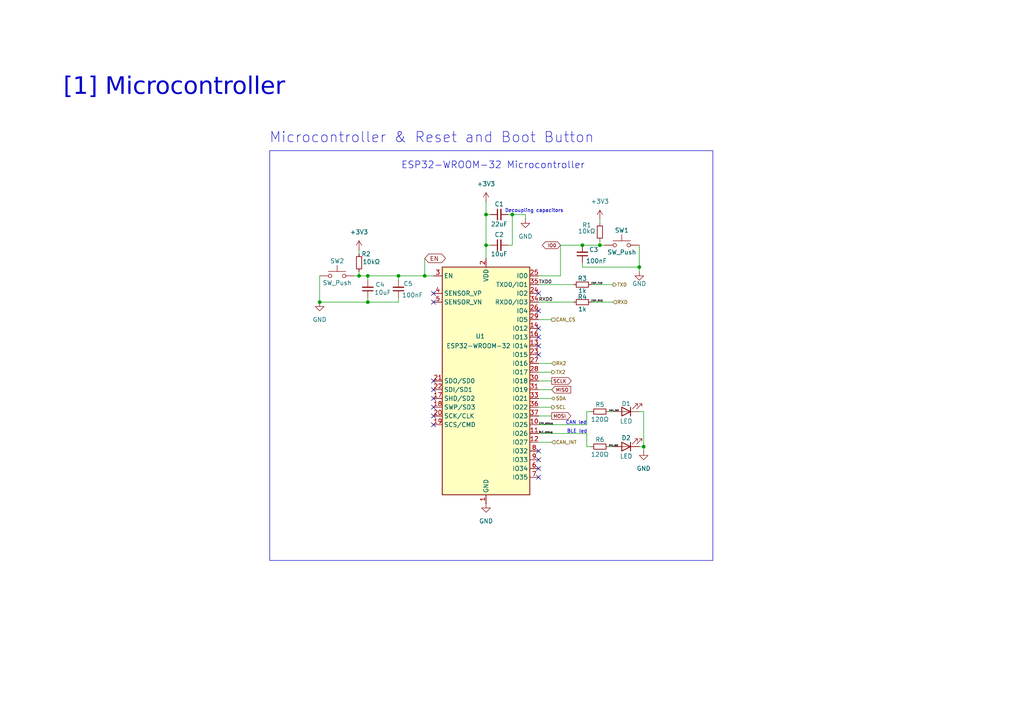
<source format=kicad_sch>
(kicad_sch (version 20231120) (generator "eeschema") (generator_version "8.0")
  (paper "A4")
  (title_block (title "Dongle eaLIVE for telemetry") (date "2024-09-19") (rev "2.0") (company "LIVE") (comment 1 "Size A4") (comment 2 "Drawn by: João Gabriel") (comment 3 "Sheet 2 of 5"))
  (lib_symbols
    (symbol "Device:C_Small" (pin_numbers hide) (pin_names (offset 0.254) hide)
      (property "Reference" "C" (at 0.254 1.778 0))
      (property "Value" "C_Small" (at 0.254 -2.032 0))
      (symbol "C_Small_0_1"
        (polyline (pts (xy -1.524 -0.508) (xy 1.524 -0.508)) (stroke (width 0.3302)))
        (polyline (pts (xy -1.524 0.508) (xy 1.524 0.508)) (stroke (width 0.3048)))
      )
      (symbol "C_Small_1_1"
        (pin passive line (at 0 2.54 270) (length 2.032) (name "~") (number "1"))
        (pin passive line (at 0 -2.54 90) (length 2.032) (name "~") (number "2"))
      )
    )
    (symbol "Device:LED" (pin_numbers hide) (pin_names (offset 1.016) hide)
      (property "Reference" "D" (at 0 2.54 0))
      (property "Value" "LED" (at 0 -2.54 0))
      (symbol "LED_0_1"
        (polyline (pts (xy -1.27 -1.27) (xy -1.27 1.27)) (stroke (width 0.254)))
        (polyline (pts (xy -1.27 0) (xy 1.27 0)))
        (polyline (pts (xy 1.27 -1.27) (xy 1.27 1.27) (xy -1.27 0) (xy 1.27 -1.27)) (stroke (width 0.254)))
        (polyline (pts (xy -3.048 -0.762) (xy -4.572 -2.286) (xy -3.81 -2.286) (xy -4.572 -2.286) (xy -4.572 -1.524)))
        (polyline (pts (xy -1.778 -0.762) (xy -3.302 -2.286) (xy -2.54 -2.286) (xy -3.302 -2.286) (xy -3.302 -1.524)))
      )
      (symbol "LED_1_1"
        (pin passive line (at -3.81 0 0) (length 2.54) (name "K") (number "1"))
        (pin passive line (at 3.81 0 180) (length 2.54) (name "A") (number "2"))
      )
    )
    (symbol "Device:R_Small" (pin_numbers hide) (pin_names (offset 0.254) hide)
      (property "Reference" "R" (at 0.762 0.508 0))
      (property "Value" "R_Small" (at 0.762 -1.016 0))
      (symbol "R_Small_0_1"
        (rectangle (start -0.762 1.778) (end 0.762 -1.778) (stroke (width 0.2032)))
      )
      (symbol "R_Small_1_1"
        (pin passive line (at 0 2.54 270) (length 0.762) (name "~") (number "1"))
        (pin passive line (at 0 -2.54 90) (length 0.762) (name "~") (number "2"))
      )
    )
    (symbol "RF_Module:ESP32-WROOM-32"
      (property "Reference" "U" (at -12.7 34.29 0))
      (property "Value" "ESP32-WROOM-32" (at 1.27 34.29 0))
      (symbol "ESP32-WROOM-32_0_1"
        (rectangle (start -12.7 33.02) (end 12.7 -33.02) (stroke (width 0.254)) (fill (type background)))
      )
      (symbol "ESP32-WROOM-32_1_1"
        (pin power_in line (at 0 -35.56 90) (length 2.54) (name "GND") (number "1"))
        (pin bidirectional line (at 15.24 -12.7 180) (length 2.54) (name "IO25") (number "10"))
        (pin bidirectional line (at 15.24 -15.24 180) (length 2.54) (name "IO26") (number "11"))
        (pin bidirectional line (at 15.24 -17.78 180) (length 2.54) (name "IO27") (number "12"))
        (pin bidirectional line (at 15.24 10.16 180) (length 2.54) (name "IO14") (number "13"))
        (pin bidirectional line (at 15.24 15.24 180) (length 2.54) (name "IO12") (number "14"))
        (pin passive line (at 0 -35.56 90) (length 2.54) hide (name "GND") (number "15"))
        (pin bidirectional line (at 15.24 12.7 180) (length 2.54) (name "IO13") (number "16"))
        (pin bidirectional line (at -15.24 -5.08 0) (length 2.54) (name "SHD/SD2") (number "17"))
        (pin bidirectional line (at -15.24 -7.62 0) (length 2.54) (name "SWP/SD3") (number "18"))
        (pin bidirectional line (at -15.24 -12.7 0) (length 2.54) (name "SCS/CMD") (number "19"))
        (pin power_in line (at 0 35.56 270) (length 2.54) (name "VDD") (number "2"))
        (pin bidirectional line (at -15.24 -10.16 0) (length 2.54) (name "SCK/CLK") (number "20"))
        (pin bidirectional line (at -15.24 0 0) (length 2.54) (name "SDO/SD0") (number "21"))
        (pin bidirectional line (at -15.24 -2.54 0) (length 2.54) (name "SDI/SD1") (number "22"))
        (pin bidirectional line (at 15.24 7.62 180) (length 2.54) (name "IO15") (number "23"))
        (pin bidirectional line (at 15.24 25.4 180) (length 2.54) (name "IO2") (number "24"))
        (pin bidirectional line (at 15.24 30.48 180) (length 2.54) (name "IO0") (number "25"))
        (pin bidirectional line (at 15.24 20.32 180) (length 2.54) (name "IO4") (number "26"))
        (pin bidirectional line (at 15.24 5.08 180) (length 2.54) (name "IO16") (number "27"))
        (pin bidirectional line (at 15.24 2.54 180) (length 2.54) (name "IO17") (number "28"))
        (pin bidirectional line (at 15.24 17.78 180) (length 2.54) (name "IO5") (number "29"))
        (pin input line (at -15.24 30.48 0) (length 2.54) (name "EN") (number "3"))
        (pin bidirectional line (at 15.24 0 180) (length 2.54) (name "IO18") (number "30"))
        (pin bidirectional line (at 15.24 -2.54 180) (length 2.54) (name "IO19") (number "31"))
        (pin no_connect line (at -12.7 -27.94 0) (length 2.54) hide (name "NC") (number "32"))
        (pin bidirectional line (at 15.24 -5.08 180) (length 2.54) (name "IO21") (number "33"))
        (pin bidirectional line (at 15.24 22.86 180) (length 2.54) (name "RXD0/IO3") (number "34"))
        (pin bidirectional line (at 15.24 27.94 180) (length 2.54) (name "TXD0/IO1") (number "35"))
        (pin bidirectional line (at 15.24 -7.62 180) (length 2.54) (name "IO22") (number "36"))
        (pin bidirectional line (at 15.24 -10.16 180) (length 2.54) (name "IO23") (number "37"))
        (pin passive line (at 0 -35.56 90) (length 2.54) hide (name "GND") (number "38"))
        (pin passive line (at 0 -35.56 90) (length 2.54) hide (name "GND") (number "39"))
        (pin input line (at -15.24 25.4 0) (length 2.54) (name "SENSOR_VP") (number "4"))
        (pin input line (at -15.24 22.86 0) (length 2.54) (name "SENSOR_VN") (number "5"))
        (pin input line (at 15.24 -25.4 180) (length 2.54) (name "IO34") (number "6"))
        (pin input line (at 15.24 -27.94 180) (length 2.54) (name "IO35") (number "7"))
        (pin bidirectional line (at 15.24 -20.32 180) (length 2.54) (name "IO32") (number "8"))
        (pin bidirectional line (at 15.24 -22.86 180) (length 2.54) (name "IO33") (number "9"))
      )
    )
    (symbol "Switch:SW_Push" (pin_numbers hide) (pin_names (offset 1.016) hide)
      (property "Reference" "SW" (at 1.27 2.54 0))
      (property "Value" "SW_Push" (at 0 -1.524 0))
      (symbol "SW_Push_0_1"
        (circle (center -2.032 0) (radius 0.508))
        (polyline (pts (xy 0 1.27) (xy 0 3.048)))
        (polyline (pts (xy 2.54 1.27) (xy -2.54 1.27)))
        (circle (center 2.032 0) (radius 0.508))
        (pin passive line (at -5.08 0 0) (length 2.54) (name "1") (number "1"))
        (pin passive line (at 5.08 0 180) (length 2.54) (name "2") (number "2"))
      )
    )
    (symbol "power:+3V3" (power) (pin_numbers hide) (pin_names (offset 0) hide)
      (property "Value" "+3V3" (at 0 3.556 0))
      (symbol "+3V3_0_1"
        (polyline (pts (xy -0.762 1.27) (xy 0 2.54)))
        (polyline (pts (xy 0 0) (xy 0 2.54)))
        (polyline (pts (xy 0 2.54) (xy 0.762 1.27)))
      )
      (symbol "+3V3_1_1"
        (pin power_in line (at 0 0 90) (length 0) (name "~") (number "1"))
      )
    )
    (symbol "power:GND" (power) (pin_numbers hide) (pin_names (offset 0) hide)
      (property "Value" "GND" (at 0 -3.81 0))
      (symbol "GND_0_1"
        (polyline (pts (xy 0 0) (xy 0 -1.27) (xy 1.27 -1.27) (xy 0 -2.54) (xy -1.27 -1.27) (xy 0 -1.27)))
      )
      (symbol "GND_1_1"
        (pin power_in line (at 0 0 270) (length 0) (name "~") (number "1"))
      )
    )
  )
  (junction (at 123.19 80.01))
  (junction (at 168.91 71.12))
  (junction (at 106.68 87.63))
  (junction (at 104.14 80.01))
  (junction (at 92.71 87.63))
  (junction (at 140.97 71.12))
  (junction (at 186.69 129.54))
  (junction (at 106.68 80.01))
  (junction (at 148.59 62.23))
  (junction (at 140.97 62.23))
  (junction (at 185.42 77.47))
  (junction (at 173.99 71.12))
  (junction (at 115.57 80.01))
  (no_connect (at 156.21 90.17))
  (no_connect (at 156.21 133.35))
  (no_connect (at 156.21 135.89))
  (no_connect (at 125.73 118.11))
  (no_connect (at 156.21 130.81))
  (no_connect (at 156.21 95.25))
  (no_connect (at 125.73 85.09))
  (no_connect (at 156.21 102.87))
  (no_connect (at 156.21 97.79))
  (no_connect (at 125.73 110.49))
  (no_connect (at 156.21 100.33))
  (no_connect (at 125.73 115.57))
  (no_connect (at 125.73 120.65))
  (no_connect (at 125.73 113.03))
  (no_connect (at 156.21 138.43))
  (no_connect (at 125.73 87.63))
  (no_connect (at 125.73 123.19))
  (no_connect (at 156.21 85.09))
  (wire (pts (xy 177.8 119.38) (xy 176.53 119.38)))
  (wire (pts (xy 168.91 71.12) (xy 173.99 71.12)))
  (wire (pts (xy 162.56 71.12) (xy 168.91 71.12)))
  (wire (pts (xy 104.14 78.74) (xy 104.14 80.01)))
  (wire (pts (xy 186.69 130.81) (xy 186.69 129.54)))
  (wire (pts (xy 102.87 80.01) (xy 104.14 80.01)))
  (wire (pts (xy 152.4 63.5) (xy 152.4 62.23)))
  (wire (pts (xy 170.18 129.54) (xy 171.45 129.54)))
  (wire (pts (xy 170.18 119.38) (xy 171.45 119.38)))
  (wire (pts (xy 156.21 125.73) (xy 170.18 125.73)))
  (wire (pts (xy 173.99 63.5) (xy 173.99 64.77)))
  (wire (pts (xy 186.69 119.38) (xy 185.42 119.38)))
  (wire (pts (xy 148.59 71.12) (xy 147.32 71.12)))
  (wire (pts (xy 168.91 77.47) (xy 185.42 77.47)))
  (wire (pts (xy 92.71 87.63) (xy 106.68 87.63)))
  (wire (pts (xy 162.56 80.01) (xy 162.56 71.12)))
  (wire (pts (xy 115.57 86.36) (xy 115.57 87.63)))
  (wire (pts (xy 106.68 87.63) (xy 106.68 86.36)))
  (wire (pts (xy 104.14 80.01) (xy 106.68 80.01)))
  (wire (pts (xy 173.99 69.85) (xy 173.99 71.12)))
  (wire (pts (xy 92.71 80.01) (xy 92.71 87.63)))
  (wire (pts (xy 156.21 80.01) (xy 162.56 80.01)))
  (wire (pts (xy 168.91 77.47) (xy 168.91 76.2)))
  (wire (pts (xy 140.97 71.12) (xy 142.24 71.12)))
  (wire (pts (xy 106.68 87.63) (xy 115.57 87.63)))
  (wire (pts (xy 160.02 110.49) (xy 156.21 110.49)))
  (wire (pts (xy 160.02 107.95) (xy 156.21 107.95)))
  (wire (pts (xy 185.42 129.54) (xy 186.69 129.54)))
  (wire (pts (xy 140.97 62.23) (xy 140.97 71.12)))
  (wire (pts (xy 148.59 62.23) (xy 148.59 71.12)))
  (wire (pts (xy 170.18 125.73) (xy 170.18 129.54)))
  (wire (pts (xy 177.8 87.63) (xy 171.45 87.63)))
  (wire (pts (xy 170.18 119.38) (xy 170.18 123.19)))
  (wire (pts (xy 160.02 113.03) (xy 156.21 113.03)))
  (wire (pts (xy 160.02 118.11) (xy 156.21 118.11)))
  (wire (pts (xy 160.02 105.41) (xy 156.21 105.41)))
  (wire (pts (xy 115.57 81.28) (xy 115.57 80.01)))
  (wire (pts (xy 156.21 82.55) (xy 166.37 82.55)))
  (wire (pts (xy 170.18 123.19) (xy 156.21 123.19)))
  (wire (pts (xy 152.4 62.23) (xy 148.59 62.23)))
  (wire (pts (xy 186.69 129.54) (xy 186.69 119.38)))
  (wire (pts (xy 173.99 71.12) (xy 175.26 71.12)))
  (wire (pts (xy 142.24 62.23) (xy 140.97 62.23)))
  (wire (pts (xy 148.59 62.23) (xy 147.32 62.23)))
  (wire (pts (xy 115.57 80.01) (xy 123.19 80.01)))
  (wire (pts (xy 106.68 81.28) (xy 106.68 80.01)))
  (wire (pts (xy 156.21 87.63) (xy 166.37 87.63)))
  (wire (pts (xy 140.97 58.42) (xy 140.97 62.23)))
  (wire (pts (xy 123.19 80.01) (xy 125.73 80.01)))
  (wire (pts (xy 106.68 80.01) (xy 115.57 80.01)))
  (wire (pts (xy 185.42 77.47) (xy 185.42 71.12)))
  (wire (pts (xy 160.02 120.65) (xy 156.21 120.65)))
  (wire (pts (xy 140.97 74.93) (xy 140.97 71.12)))
  (wire (pts (xy 160.02 92.71) (xy 156.21 92.71)))
  (wire (pts (xy 177.8 82.55) (xy 171.45 82.55)))
  (wire (pts (xy 185.42 78.74) (xy 185.42 77.47)))
  (wire (pts (xy 123.19 74.93) (xy 123.19 80.01)))
  (wire (pts (xy 104.14 72.39) (xy 104.14 73.66)))
  (wire (pts (xy 177.8 129.54) (xy 176.53 129.54)))
  (wire (pts (xy 160.02 128.27) (xy 156.21 128.27)))
  (wire (pts (xy 160.02 115.57) (xy 156.21 115.57)))
  (rectangle (start 78.232 43.688) (end 206.756 162.56))
  (text "ESP32-WROOM-32 Microcontroller" (at 143.002 48.006 0) (effects (font (size 2 2))))
  (text "Microcontroller & Reset and Boot Button\n\n\n\n\n\n\n\n" (at 125.222 56.896 0) (effects (font (size 3 3))))
  (text "CAN led" (at 167.132 122.682 0) (effects (font (size 1 1))))
  (text "[1] Microcontroller" (at 50.546 26.67 0) (effects (font (size 5 5))))
  (text "BLE led" (at 167.386 125.222 0) (effects (font (size 1 1))))
  (text "Decoupling capacitors" (at 154.94 61.214 0) (effects (font (size 1 1))))
  (label "can_led" (at 176.53 119.38 0) (effects (font (size 0.5 0.5))))
  (label "ble_led" (at 176.53 129.54 0) (effects (font (size 0.5 0.5))))
  (label "BLE_debug" (at 156.21 125.73 0) (effects (font (size 0.5 0.5))))
  (label "CAN_debug" (at 156.21 123.19 0) (effects (font (size 0.5 0.5))))
  (label "TXD0" (at 156.21 82.55 0) (effects (font (size 1 1))))
  (label "ESP_RXD" (at 171.45 87.63 0) (effects (font (size 0.5 0.5))))
  (label "ESP_TXD" (at 171.45 82.55 0) (effects (font (size 0.5 0.5))))
  (label "RXD0" (at 156.21 87.63 0) (effects (font (size 1 1))))
  (global_label "IO0" (shape bidirectional) (at 162.56 71.12 180) (effects (font (size 1 1))) (property "Intersheetrefs" "${INTERSHEET_REFS}" (effects (hide yes))))
  (global_label "SCLK" (shape output) (at 160.02 110.49 0) (effects (font (size 1 1))) (property "Intersheetrefs" "${INTERSHEET_REFS}" (effects (hide yes))))
  (global_label "MOSI" (shape output) (at 160.02 120.65 0) (effects (font (size 1 1))) (property "Intersheetrefs" "${INTERSHEET_REFS}" (effects (hide yes))))
  (global_label "MISO" (shape input) (at 160.02 113.03 0) (effects (font (size 1 1))) (property "Intersheetrefs" "${INTERSHEET_REFS}" (effects (hide yes))))
  (global_label "EN" (shape bidirectional) (at 123.19 74.93 0) (property "Intersheetrefs" "${INTERSHEET_REFS}" (effects (hide yes))))
  (hierarchical_label "SDA" (shape bidirectional) (at 160.02 115.57 0) (effects (font (size 1 1))))
  (hierarchical_label "SCL" (shape output) (at 160.02 118.11 0) (effects (font (size 1 1))))
  (hierarchical_label "CAN_INT" (shape input) (at 160.02 128.27 0) (effects (font (size 1 1))))
  (hierarchical_label "RXD" (shape input) (at 177.8 87.63 0) (effects (font (size 1 1))))
  (hierarchical_label "TX2" (shape output) (at 160.02 107.95 0) (effects (font (size 1 1))))
  (hierarchical_label "TXD" (shape output) (at 177.8 82.55 0) (effects (font (size 1 1))))
  (hierarchical_label "RX2" (shape input) (at 160.02 105.41 0) (effects (font (size 1 1))))
  (hierarchical_label "CAN_CS" (shape passive) (at 160.02 92.71 0) (effects (font (size 1 1))))
  (symbol (lib_id "Device:LED") (at 181.61 129.54 180) (unit 1)
    (property "Reference" "D2" (at 181.61 127 0))
    (property "Value" "LED" (at 181.61 132.334 0))
    (property "Footprint" "LED_SMD:LED_0805_2012Metric" (effects (hide yes)))
    (property "Description" "Light emitting diode" (effects (hide yes)))
    (property "LCSC" "C34499 " (effects (hide yes)))
  )
  (symbol (lib_id "power:+3V3") (at 140.97 58.42 0) (unit 1)
    (property "Reference" "#PWR05" (effects (hide yes)))
    (property "Value" "+3V3" (at 140.97 53.34 0))
    (property "Description" "Power symbol creates a global label with name \"+3V3\"" (effects (hide yes)))
  )
  (symbol (lib_id "Device:C_Small") (at 168.91 73.66 180) (unit 1)
    (property "Reference" "C3" (at 172.212 72.39 0))
    (property "Value" "100nF" (at 172.974 75.692 0))
    (property "Footprint" "Capacitor_SMD:C_0805_2012Metric_Pad1.18x1.45mm_HandSolder" (effects (hide yes)))
    (property "Description" "Unpolarized capacitor, small symbol" (effects (hide yes)))
    (property "LCSC" "C49678" (effects (hide yes)))
  )
  (symbol (lib_id "power:+3V3") (at 104.14 72.39 0) (unit 1)
    (property "Reference" "#PWR08" (effects (hide yes)))
    (property "Value" "+3V3" (at 104.14 67.31 0))
    (property "Description" "Power symbol creates a global label with name \"+3V3\"" (effects (hide yes)))
  )
  (symbol (lib_id "Device:C_Small") (at 144.78 62.23 90) (unit 1)
    (property "Reference" "C1" (at 144.78 59.182 90))
    (property "Value" "22uF" (at 144.78 65.024 90))
    (property "Footprint" "Capacitor_SMD:C_0805_2012Metric_Pad1.18x1.45mm_HandSolder" (effects (hide yes)))
    (property "Description" "Unpolarized capacitor, small symbol" (effects (hide yes)))
    (property "LCSC" "C105484" (effects (hide yes)))
  )
  (symbol (lib_id "Device:C_Small") (at 115.57 83.82 180) (unit 1)
    (property "Reference" "C5" (at 118.364 82.296 0))
    (property "Value" "100nF" (at 119.634 85.598 0))
    (property "Footprint" "Capacitor_SMD:C_0805_2012Metric_Pad1.18x1.45mm_HandSolder" (effects (hide yes)))
    (property "Description" "Unpolarized capacitor, small symbol" (effects (hide yes)))
    (property "LCSC" "C49678" (effects (hide yes)))
  )
  (symbol (lib_id "Device:R_Small") (at 173.99 119.38 90) (unit 1)
    (property "Reference" "R5" (at 173.99 117.348 90))
    (property "Value" "120Ω" (at 173.99 121.666 90))
    (property "Footprint" "Resistor_SMD:R_0805_2012Metric_Pad1.20x1.40mm_HandSolder" (effects (hide yes)))
    (property "Description" "Resistor, small symbol" (effects (hide yes)))
    (property "LCSC" "C966144" (effects (hide yes)))
  )
  (symbol (lib_id "Device:R_Small") (at 173.99 129.54 90) (unit 1)
    (property "Reference" "R6" (at 173.99 127.508 90))
    (property "Value" "120Ω" (at 173.99 131.826 90))
    (property "Footprint" "Resistor_SMD:R_0805_2012Metric_Pad1.20x1.40mm_HandSolder" (effects (hide yes)))
    (property "Description" "Resistor, small symbol" (effects (hide yes)))
    (property "LCSC" "C966144" (effects (hide yes)))
  )
  (symbol (lib_id "RF_Module:ESP32-WROOM-32") (at 140.97 110.49 0) (unit 1)
    (property "Reference" "U1" (at 137.922 97.536 0) (effects (justify left)))
    (property "Value" "ESP32-WROOM-32" (at 129.4481 100.33 0) (effects (justify left)))
    (property "Footprint" "RF_Module:ESP32-WROOM-32" (effects (hide yes)))
    (property "Datasheet" "https://www.espressif.com/sites/default/files/documentation/esp32-wroom-32_datasheet_en.pdf" (effects (hide yes)))
    (property "Description" "RF Module, ESP32-D0WDQ6 SoC, Wi-Fi 802.11b/g/n, Bluetooth, BLE, 32-bit, 2.7-3.6V, onboard antenna, SMD" (effects (hide yes)))
    (property "LCSC" "C82899" (effects (hide yes)))
  )
  (symbol (lib_id "Device:R_Small") (at 173.99 67.31 180) (unit 1)
    (property "Reference" "R1" (at 170.18 65.278 0))
    (property "Value" "10kΩ" (at 170.18 67.056 0))
    (property "Footprint" "Resistor_SMD:R_0805_2012Metric_Pad1.20x1.40mm_HandSolder" (effects (hide yes)))
    (property "Description" "Resistor, small symbol" (effects (hide yes)))
    (property "LCSC" "C191101" (effects (hide yes)))
  )
  (symbol (lib_id "power:GND") (at 186.69 130.81 0) (unit 1)
    (property "Reference" "#PWR011" (effects (hide yes)))
    (property "Value" "GND" (at 186.69 135.89 0))
    (property "Description" "Power symbol creates a global label with name \"GND\" , ground" (effects (hide yes)))
  )
  (symbol (lib_id "Switch:SW_Push") (at 180.34 71.12 0) (unit 1)
    (property "Reference" "SW1" (at 180.34 66.802 0))
    (property "Value" "SW_Push" (at 180.34 73.152 0))
    (property "Footprint" "Button_Switch_SMD:SW_SPST_CK_RS282G05A3" (effects (hide yes)))
    (property "Description" "Push button switch, generic, two pins" (effects (hide yes)))
    (property "LCSC" "C483808" (effects (hide yes)))
  )
  (symbol (lib_id "power:GND") (at 92.71 87.63 0) (unit 1)
    (property "Reference" "#PWR010" (effects (hide yes)))
    (property "Value" "GND" (at 92.71 92.71 0))
    (property "Description" "Power symbol creates a global label with name \"GND\" , ground" (effects (hide yes)))
  )
  (symbol (lib_id "Device:C_Small") (at 106.68 83.82 180) (unit 1)
    (property "Reference" "C4" (at 110.236 82.55 0))
    (property "Value" "10uF" (at 110.998 84.836 0))
    (property "Footprint" "Capacitor_SMD:C_0805_2012Metric_Pad1.18x1.45mm_HandSolder" (effects (hide yes)))
    (property "Description" "Unpolarized capacitor, small symbol" (effects (hide yes)))
    (property "LCSC" "C15850" (effects (hide yes)))
  )
  (symbol (lib_id "Device:R_Small") (at 104.14 76.2 180) (unit 1)
    (property "Reference" "R2" (at 106.172 73.66 0))
    (property "Value" "10kΩ" (at 107.696 75.946 0))
    (property "Footprint" "Resistor_SMD:R_0805_2012Metric_Pad1.20x1.40mm_HandSolder" (effects (hide yes)))
    (property "Description" "Resistor, small symbol" (effects (hide yes)))
    (property "LCSC" "C191101" (effects (hide yes)))
  )
  (symbol (lib_id "power:GND") (at 140.97 146.05 0) (unit 1)
    (property "Reference" "#PWR012" (effects (hide yes)))
    (property "Value" "GND" (at 140.97 151.13 0))
    (property "Description" "Power symbol creates a global label with name \"GND\" , ground" (effects (hide yes)))
  )
  (symbol (lib_id "Device:R_Small") (at 168.91 87.63 90) (unit 1)
    (property "Reference" "R4" (at 168.91 86.106 90))
    (property "Value" "1k" (at 168.91 89.662 90))
    (property "Footprint" "Resistor_SMD:R_0805_2012Metric_Pad1.20x1.40mm_HandSolder" (effects (hide yes)))
    (property "Description" "Resistor, small symbol" (effects (hide yes)))
    (property "LCSC" "C17513" (effects (hide yes)))
  )
  (symbol (lib_id "Device:C_Small") (at 144.78 71.12 90) (unit 1)
    (property "Reference" "C2" (at 144.78 68.072 90))
    (property "Value" "10uF" (at 144.78 73.66 90))
    (property "Footprint" "Capacitor_SMD:C_0805_2012Metric_Pad1.18x1.45mm_HandSolder" (effects (hide yes)))
    (property "Description" "Unpolarized capacitor, small symbol" (effects (hide yes)))
    (property "LCSC" "C15850" (effects (hide yes)))
  )
  (symbol (lib_id "power:+3V3") (at 173.99 63.5 0) (unit 1)
    (property "Reference" "#PWR07" (effects (hide yes)))
    (property "Value" "+3V3" (at 173.99 58.42 0))
    (property "Description" "Power symbol creates a global label with name \"+3V3\"" (effects (hide yes)))
  )
  (symbol (lib_id "Device:R_Small") (at 168.91 82.55 90) (unit 1)
    (property "Reference" "R3" (at 168.91 80.772 90))
    (property "Value" "1k" (at 168.91 84.328 90))
    (property "Footprint" "Resistor_SMD:R_0805_2012Metric_Pad1.20x1.40mm_HandSolder" (effects (hide yes)))
    (property "Description" "Resistor, small symbol" (effects (hide yes)))
    (property "LCSC" "C17513" (effects (hide yes)))
  )
  (symbol (lib_id "power:GND") (at 185.42 78.74 0) (unit 1)
    (property "Reference" "#PWR09" (effects (hide yes)))
    (property "Value" "GND" (at 185.42 82.296 0))
    (property "Description" "Power symbol creates a global label with name \"GND\" , ground" (effects (hide yes)))
  )
  (symbol (lib_id "Switch:SW_Push") (at 97.79 80.01 0) (unit 1)
    (property "Reference" "SW2" (at 97.79 75.692 0))
    (property "Value" "SW_Push" (at 97.79 82.042 0))
    (property "Footprint" "Button_Switch_SMD:SW_SPST_CK_RS282G05A3" (effects (hide yes)))
    (property "Description" "Push button switch, generic, two pins" (effects (hide yes)))
    (property "LCSC" "C483808" (effects (hide yes)))
  )
  (symbol (lib_id "power:GND") (at 152.4 63.5 0) (unit 1)
    (property "Reference" "#PWR06" (effects (hide yes)))
    (property "Value" "GND" (at 152.4 68.58 0))
    (property "Description" "Power symbol creates a global label with name \"GND\" , ground" (effects (hide yes)))
  )
  (symbol (lib_id "Device:LED") (at 181.61 119.38 180) (unit 1)
    (property "Reference" "D1" (at 181.61 117.094 0))
    (property "Value" "LED" (at 181.61 122.174 0))
    (property "Footprint" "LED_SMD:LED_0805_2012Metric" (effects (hide yes)))
    (property "Description" "Light emitting diode" (effects (hide yes)))
    (property "LCSC" "C2296" (effects (hide yes)))
  )
)
</source>
